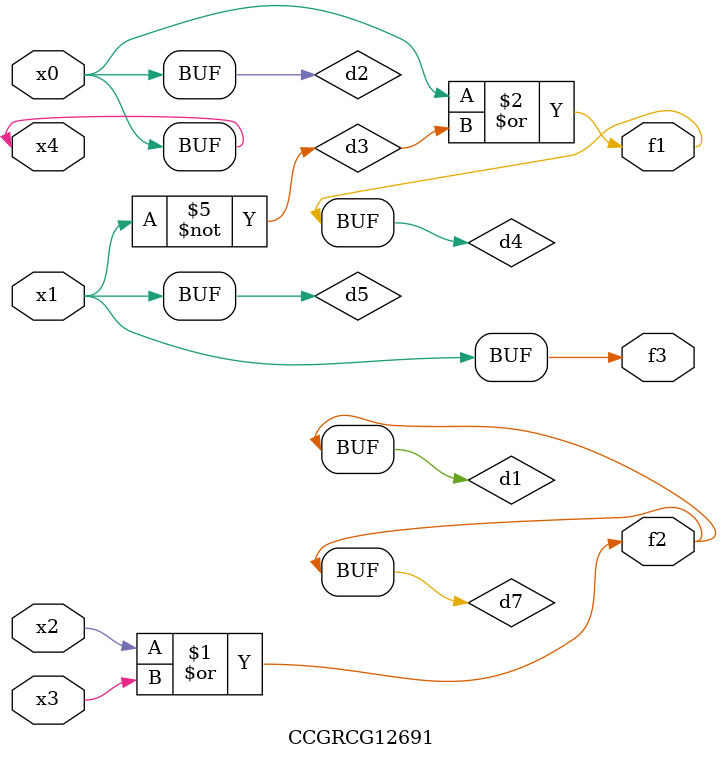
<source format=v>
module CCGRCG12691(
	input x0, x1, x2, x3, x4,
	output f1, f2, f3
);

	wire d1, d2, d3, d4, d5, d6, d7;

	or (d1, x2, x3);
	buf (d2, x0, x4);
	not (d3, x1);
	or (d4, d2, d3);
	not (d5, d3);
	nand (d6, d1, d3);
	or (d7, d1);
	assign f1 = d4;
	assign f2 = d7;
	assign f3 = d5;
endmodule

</source>
